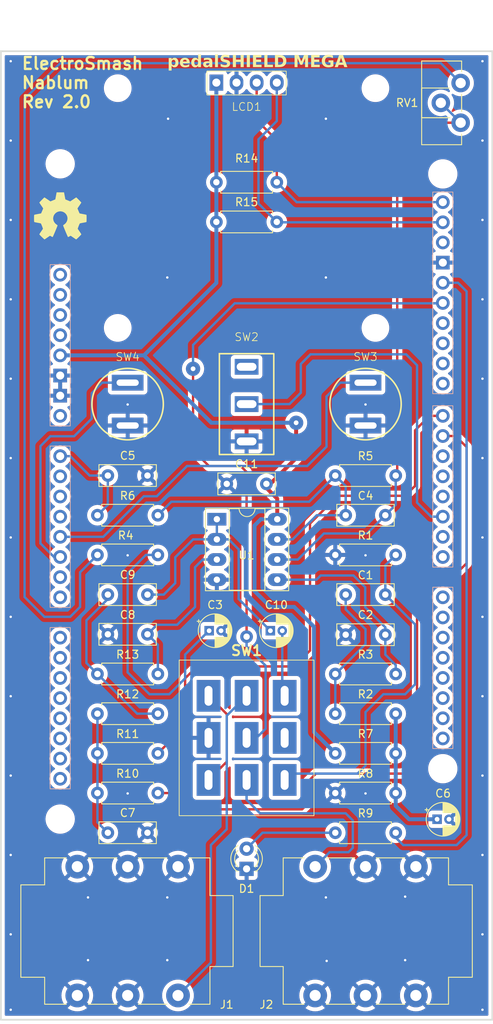
<source format=kicad_pcb>
(kicad_pcb (version 20240108) (generator "pcbnew") (generator_version "8.0")
  (layers (0 "F.Cu" signal) (31 "B.Cu" signal) (34 "B.Paste" user) (35 "F.Paste" user) (36 "B.SilkS" user "B.Silkscreen") (37 "F.SilkS" user "F.Silkscreen") (38 "B.Mask" user) (39 "F.Mask" user) (44 "Edge.Cuts" user))
  (net 0 "")
  (net 1 "/PWM_6")
  (net 6 "/DIG_13")
  (net 9 "/A5")
  (net 10 "/vcc")
  (net 13 "GND")
  (net 14 "/A4")
  (net 16 "/DIG_12")
  (net 19 "/SCL")
  (net 21 "/DIG_2")
  (net 27 "/SDA")
  (net 29 "/A0")
  (net 40 "/PWM_7")
  (net 48 "/fx_in")
  (net 49 "Net-(C4-Pad2)")
  (net 50 "Net-(U1B-+)")
  (net 51 "Net-(C3-Pad1)")
  (net 52 "Net-(U1B--)")
  (net 53 "Net-(C9-Pad1)")
  (net 54 "/2_5v")
  (net 55 "Net-(C7-Pad1)")
  (net 56 "Net-(U1A-+)")
  (net 57 "Net-(U1A--)")
  (net 58 "Net-(R4-Pad2)")
  (net 59 "/fx_out")
  (net 60 "Net-(D1-A)")
  (net 61 "/output_jack")
  (net 62 "/input_jack")
  (net 63 "Net-(C1-Pad2)")
  (net 64 "/bypass")
  (footprint "pedalSHIELD_MEGA:C_Rect_L7.0mm_W2.5mm_P5.00mm" (layer "F.Cu") (at 47.5 86)
    (property "Reference" "C11" (at 2.5 -2.5 0) (layer "F.SilkS"))
    (property "Value" "100n")
    (pad "1" thru_hole circle (at 0 0) (size 1.6 1.6) (drill 0.8) (layers "*.Cu" "*.Mask") (net 13 "GND"))
    (pad "2" thru_hole circle (at 5 0) (size 1.6 1.6) (drill 0.8) (layers "*.Cu" "*.Mask") (net 10 "/vcc"))
  )
  (footprint "pedalSHIELD_MEGA:LCD_OLED_SH1106" (layer "F.Cu") (at 50 51)
    (property "Reference" "LCD1" (at 0 -12.5 0) (layer "F.SilkS") (effects (font (thickness 0.1))))
    (property "Value" "LCD")
    (pad "" np_thru_hole circle (at -16.25 -14.85) (size 3 3) (drill 3) (layers "F&B.Cu" "*.Mask"))
    (pad "" np_thru_hole circle (at -16.25 15.35) (size 3 3) (drill 3) (layers "F&B.Cu" "*.Mask"))
    (pad "" np_thru_hole circle (at 16.25 -14.85) (size 3 3) (drill 3) (layers "F&B.Cu" "*.Mask"))
    (pad "" np_thru_hole circle (at 16.25 15.35) (size 3 3) (drill 3) (layers "F&B.Cu" "*.Mask"))
    (pad "1" thru_hole rect (at -3.81 -15.55 90) (size 2.03 1.73) (drill 1.02) (layers "*.Cu" "*.Mask") (net 10 "/vcc"))
    (pad "2" thru_hole oval (at -1.27 -15.55 90) (size 2.03 1.73) (drill 1.02) (layers "*.Cu" "*.Mask") (net 13 "GND"))
    (pad "3" thru_hole oval (at 1.27 -15.55 90) (size 2.03 1.73) (drill 1.02) (layers "*.Cu" "*.Mask") (net 19 "/SCL"))
    (pad "4" thru_hole oval (at 3.81 -15.55 90) (size 2.03 1.73) (drill 1.02) (layers "*.Cu" "*.Mask") (net 27 "/SDA"))
  )
  (footprint "pedalSHIELD_MEGA:C_Rect_L7.0mm_W2.5mm_P5.00mm" (layer "F.Cu") (at 67.5 105 180)
    (property "Reference" "C2" (at 2.5 2.5 180) (layer "F.SilkS"))
    (property "Value" "6.8n")
    (pad "1" thru_hole circle (at 0 0 180) (size 1.6 1.6) (drill 0.8) (layers "*.Cu" "*.Mask") (net 50 "Net-(U1B-+)"))
    (pad "2" thru_hole circle (at 5 0 180) (size 1.6 1.6) (drill 0.8) (layers "*.Cu" "*.Mask") (net 13 "GND"))
  )
  (footprint "pedalSHIELD_MEGA:SF17020F030221RL015" (layer "F.Cu") (at 50 118 90)
    (property "Reference" "SW1" (at 11 0 0) (layer "F.SilkS") (effects (font (size 1.27 1.27) (thickness 0.254))))
    (property "Value" "SW_3PDT" (hide yes))
    (pad "1" thru_hole rect (at 5.3 4.8 90) (size 4 3) (drill oval 2.5 1) (layers "*.Cu" "*.Mask") (net 59 "/fx_out"))
    (pad "2" thru_hole rect (at 5.3 0 90) (size 4 3) (drill oval 2.5 1) (layers "*.Cu" "*.Mask") (net 61 "/output_jack"))
    (pad "3" thru_hole rect (at 5.3 -4.8 90) (size 4 3) (drill oval 2.5 1) (layers "*.Cu" "*.Mask") (net 64 "/bypass"))
    (pad "4" thru_hole rect (at 0 4.8 90) (size 4 3) (drill oval 2.5 1) (layers "*.Cu" "*.Mask"))
    (pad "5" thru_hole rect (at 0 0 90) (size 4 3) (drill oval 2.5 1) (layers "*.Cu" "*.Mask") (net 16 "/DIG_12"))
    (pad "6" thru_hole rect (at 0 -4.8 90) (size 4 3) (drill oval 2.5 1) (layers "*.Cu" "*.Mask") (net 13 "GND"))
    (pad "7" thru_hole rect (at -5.3 4.8 90) (size 4 3) (drill oval 2.5 1) (layers "*.Cu" "*.Mask") (net 48 "/fx_in"))
    (pad "8" thru_hole rect (at -5.3 0 90) (size 4 3) (drill oval 2.5 1) (layers "*.Cu" "*.Mask") (net 62 "/input_jack"))
    (pad "9" thru_hole rect (at -5.3 -4.8 90) (size 4 3) (drill oval 2.5 1) (layers "*.Cu" "*.Mask") (net 64 "/bypass"))
  )
  (footprint "pedalSHIELD_MEGA:R_Axial_DIN0207_L6.3mm_D2.5mm_P7.62mm_Horizontal" (layer "F.Cu") (at 68.8 119.95 180)
    (property "Reference" "R7" (at 3.8 2.45 180) (layer "F.SilkS"))
    (property "Value" "100k")
    (pad "1" thru_hole circle (at -0.01 0 180) (size 1.6 1.6) (drill 0.8) (layers "*.Cu" "*.Mask") (net 54 "/2_5v"))
    (pad "2" thru_hole oval (at 7.61 0 180) (size 1.6 1.6) (drill 0.8) (layers "*.Cu" "*.Mask") (net 10 "/vcc"))
  )
  (footprint "pedalSHIELD_MEGA:Jack_6.35mm_Neutrik_NMJ6HCD2_Horizontal" (layer "F.Cu") (at 65 142.22)
    (property "Reference" "J2" (at -12.5 9.38 0) (layer "F.SilkS"))
    (property "Value" "AudioJack")
    (pad "R" thru_hole circle (at 0 -8) (size 3 3) (drill 1.4) (layers "*.Cu" "*.Mask") (net 13 "GND"))
    (pad "RN" thru_hole circle (at 0 8.23) (size 3 3) (drill 1.4) (layers "*.Cu" "*.Mask") (net 13 "GND"))
    (pad "S" thru_hole circle (at 6.35 -8) (size 3 3) (drill 1.4) (layers "*.Cu" "*.Mask") (net 13 "GND"))
    (pad "SN" thru_hole circle (at 6.35 8.23) (size 3 3) (drill 1.4) (layers "*.Cu" "*.Mask") (net 13 "GND"))
    (pad "T" thru_hole circle (at -6.35 -8) (size 3 3) (drill 1.4) (layers "*.Cu" "*.Mask") (net 62 "/input_jack"))
    (pad "TN" thru_hole circle (at -6.35 8.23) (size 3 3) (drill 1.4) (layers "*.Cu" "*.Mask") (net 13 "GND"))
  )
  (footprint "pedalSHIELD_MEGA:R_Axial_DIN0207_L6.3mm_D2.5mm_P7.62mm_Horizontal" (layer "F.Cu") (at 31.2 124.95)
    (property "Reference" "R10" (at 3.8 -2.45 0) (layer "F.SilkS"))
    (property "Value" "4.7k")
    (pad "1" thru_hole circle (at -0.01 0) (size 1.6 1.6) (drill 0.8) (layers "*.Cu" "*.Mask") (net 55 "Net-(C7-Pad1)"))
    (pad "2" thru_hole oval (at 7.61 0) (size 1.6 1.6) (drill 0.8) (layers "*.Cu" "*.Mask") (net 1 "/PWM_6"))
  )
  (footprint "pedalSHIELD_MEGA:C_Rect_L7.0mm_W2.5mm_P5.00mm" (layer "F.Cu") (at 32.5 84.95)
    (property "Reference" "C5" (at 2.5 -2.5 0) (layer "F.SilkS"))
    (property "Value" "6.8n")
    (pad "1" thru_hole circle (at 0 0) (size 1.6 1.6) (drill 0.8) (layers "*.Cu" "*.Mask") (net 29 "/A0"))
    (pad "2" thru_hole circle (at 5 0) (size 1.6 1.6) (drill 0.8) (layers "*.Cu" "*.Mask") (net 13 "GND"))
  )
  (footprint "pedalSHIELD_MEGA:C_Rect_L7.0mm_W2.5mm_P5.00mm" (layer "F.Cu") (at 32.5 129.95)
    (property "Reference" "C7" (at 2.5 -2.5 0) (layer "F.SilkS"))
    (property "Value" "6.8n")
    (pad "1" thru_hole circle (at 0 0) (size 1.6 1.6) (drill 0.8) (layers "*.Cu" "*.Mask") (net 55 "Net-(C7-Pad1)"))
    (pad "2" thru_hole circle (at 5 0) (size 1.6 1.6) (drill 0.8) (layers "*.Cu" "*.Mask") (net 13 "GND"))
  )
  (footprint "pedalSHIELD_MEGA:LED_D3.0mm" (layer "F.Cu") (at 50 134.5 90)
    (property "Reference" "D1" (at -2.5 0 0) (layer "F.SilkS"))
    (property "Value" "LED")
    (pad "1" thru_hole rect (at 0 0 90) (size 1.8 1.8) (drill 0.9) (layers "*.Cu" "*.Mask") (net 13 "GND"))
    (pad "2" thru_hole circle (at 2.54 0 90) (size 1.8 1.8) (drill 0.9) (layers "*.Cu" "*.Mask") (net 60 "Net-(D1-A)"))
  )
  (footprint "pedalSHIELD_MEGA:Jack_6.35mm_Neutrik_NMJ6HCD2_Horizontal" (layer "F.Cu") (at 35 142.45 180)
    (property "Reference" "J1" (at -12.5 -9.15 180) (layer "F.SilkS"))
    (property "Value" "AudioJack")
    (pad "R" thru_hole circle (at 0 -8 180) (size 3 3) (drill 1.4) (layers "*.Cu" "*.Mask") (net 13 "GND"))
    (pad "RN" thru_hole circle (at 0 8.23 180) (size 3 3) (drill 1.4) (layers "*.Cu" "*.Mask") (net 13 "GND"))
    (pad "S" thru_hole circle (at 6.35 -8 180) (size 3 3) (drill 1.4) (layers "*.Cu" "*.Mask") (net 13 "GND"))
    (pad "SN" thru_hole circle (at 6.35 8.23 180) (size 3 3) (drill 1.4) (layers "*.Cu" "*.Mask") (net 13 "GND"))
    (pad "T" thru_hole circle (at -6.35 -8 180) (size 3 3) (drill 1.4) (layers "*.Cu" "*.Mask") (net 61 "/output_jack"))
    (pad "TN" thru_hole circle (at -6.35 8.23 180) (size 3 3) (drill 1.4) (layers "*.Cu" "*.Mask") (net 13 "GND"))
  )
  (footprint "pedalSHIELD_MEGA:DIP-8_W7.62mm_Socket_LongPads" (layer "F.Cu") (at 46.25 90.45)
    (property "Reference" "U1" (at 3.75 4.55 0) (layer "F.SilkS"))
    (property "Value" "LT972")
    (pad "1" thru_hole rect (at 0 0) (size 2.4 1.6) (drill 0.8) (layers "*.Cu" "*.Mask") (net 57 "Net-(U1A--)"))
    (pad "2" thru_hole oval (at 0 2.54) (size 2.4 1.6) (drill 0.8) (layers "*.Cu" "*.Mask") (net 57 "Net-(U1A--)"))
    (pad "3" thru_hole oval (at 0 5.08) (size 2.4 1.6) (drill 0.8) (layers "*.Cu" "*.Mask") (net 56 "Net-(U1A-+)"))
    (pad "4" thru_hole oval (at 0 7.62) (size 2.4 1.6) (drill 0.8) (layers "*.Cu" "*.Mask") (net 13 "GND"))
    (pad "5" thru_hole oval (at 7.62 7.62) (size 2.4 1.6) (drill 0.8) (layers "*.Cu" "*.Mask") (net 50 "Net-(U1B-+)"))
    (pad "6" thru_hole oval (at 7.62 5.08) (size 2.4 1.6) (drill 0.8) (layers "*.Cu" "*.Mask") (net 52 "Net-(U1B--)"))
    (pad "7" thru_hole oval (at 7.62 2.54) (size 2.4 1.6) (drill 0.8) (layers "*.Cu" "*.Mask") (net 49 "Net-(C4-Pad2)"))
    (pad "8" thru_hole oval (at 7.62 0) (size 2.4 1.6) (drill 0.8) (layers "*.Cu" "*.Mask") (net 10 "/vcc"))
  )
  (footprint "pedalSHIELD_MEGA:CP_Radial_D4.0mm_P1.50mm" (layer "F.Cu") (at 45.277401 104.5)
    (property "Reference" "C3" (at 0.75 -3.25 0) (layer "F.SilkS"))
    (property "Value" "4.7u")
    (pad "1" thru_hole rect (at 0 0) (size 1.2 1.2) (drill 0.6) (layers "*.Cu" "*.Mask") (net 51 "Net-(C3-Pad1)"))
    (pad "2" thru_hole circle (at 1.5 0) (size 1.2 1.2) (drill 0.6) (layers "*.Cu" "*.Mask") (net 13 "GND"))
  )
  (footprint "pedalSHIELD_MEGA:CP_Radial_D4.0mm_P1.50mm" (layer "F.Cu") (at 74.027401 128.25)
    (property "Reference" "C6" (at 0.75 -3.25 0) (layer "F.SilkS"))
    (property "Value" "4.7u")
    (pad "1" thru_hole rect (at 0 0) (size 1.2 1.2) (drill 0.6) (layers "*.Cu" "*.Mask") (net 54 "/2_5v"))
    (pad "2" thru_hole circle (at 1.5 0) (size 1.2 1.2) (drill 0.6) (layers "*.Cu" "*.Mask") (net 13 "GND"))
  )
  (footprint "pedalSHIELD_MEGA:R_Axial_DIN0207_L6.3mm_D2.5mm_P7.62mm_Horizontal" (layer "F.Cu") (at 38.8 114.95 180)
    (property "Reference" "R12" (at 3.8 2.45 180) (layer "F.SilkS"))
    (property "Value" "4.7k")
    (pad "1" thru_hole circle (at -0.01 0 180) (size 1.6 1.6) (drill 0.8) (layers "*.Cu" "*.Mask") (net 53 "Net-(C9-Pad1)"))
    (pad "2" thru_hole oval (at 7.61 0 180) (size 1.6 1.6) (drill 0.8) (layers "*.Cu" "*.Mask") (net 55 "Net-(C7-Pad1)"))
  )
  (footprint "pedalSHIELD_MEGA:SW_SPDT_ 100SP1T1B1M1QEH" (layer "F.Cu") (at 50 75.95)
    (property "Reference" "SW2" (at 0 -8.45 0) (layer "F.SilkS") (effects (font (thickness 0.1))))
    (property "Value" "SW_SPDT")
    (pad "1" thru_hole rect (at 0 -4.7) (size 3 2) (drill oval 2.5 1) (layers "*.Cu" "*.Mask"))
    (pad "2" thru_hole rect (at 0 0) (size 3 2) (drill oval 2.5 1) (layers "*.Cu" "*.Mask") (net 21 "/DIG_2"))
    (pad "3" thru_hole rect (at 0 4.7) (size 3 2) (drill oval 2.5 1) (layers "*.Cu" "*.Mask") (net 13 "GND"))
  )
  (footprint "pedalSHIELD_MEGA:R_Axial_DIN0207_L6.3mm_D2.5mm_P7.62mm_Horizontal" (layer "F.Cu") (at 68.8 94.95 180)
    (property "Reference" "R1" (at 3.8 2.45 180) (layer "F.SilkS"))
    (property "Value" "1M")
    (pad "1" thru_hole circle (at -0.01 0 180) (size 1.6 1.6) (drill 0.8) (layers "*.Cu" "*.Mask") (net 48 "/fx_in"))
    (pad "2" thru_hole oval (at 7.61 0 180) (size 1.6 1.6) (drill 0.8) (layers "*.Cu" "*.Mask") (net 13 "GND"))
  )
  (footprint "pedalSHIELD_MEGA:C_Rect_L7.0mm_W2.5mm_P5.00mm" (layer "F.Cu") (at 37.5 104.95 180)
    (property "Reference" "C8" (at 2.5 2.45 180) (layer "F.SilkS"))
    (property "Value" "6.8n")
    (pad "1" thru_hole circle (at 0 0 180) (size 1.6 1.6) (drill 0.8) (layers "*.Cu" "*.Mask") (net 56 "Net-(U1A-+)"))
    (pad "2" thru_hole circle (at 5 0 180) (size 1.6 1.6) (drill 0.8) (layers "*.Cu" "*.Mask") (net 13 "GND"))
  )
  (footprint "pedalSHIELD_MEGA:C_Rect_L7.0mm_W2.5mm_P5.00mm" (layer "F.Cu") (at 32.5 99.95)
    (property "Reference" "C9" (at 2.5 -2.5 0) (layer "F.SilkS"))
    (property "Value" "6.8n")
    (pad "1" thru_hole circle (at 0 0) (size 1.6 1.6) (drill 0.8) (layers "*.Cu" "*.Mask") (net 53 "Net-(C9-Pad1)"))
    (pad "2" thru_hole circle (at 5 0) (size 1.6 1.6) (drill 0.8) (layers "*.Cu" "*.Mask") (net 57 "Net-(U1A--)"))
  )
  (footprint "pedalSHIELD_MEGA:R_Axial_DIN0207_L6.3mm_D2.5mm_P7.62mm_Horizontal" (layer "F.Cu") (at 38.8 94.95 180)
    (property "Reference" "R4" (at 4.05 2.45 180) (layer "F.SilkS"))
    (property "Value" "4.7k")
    (pad "1" thru_hole circle (at -0.01 0 180) (size 1.6 1.6) (drill 0.8) (layers "*.Cu" "*.Mask") (net 51 "Net-(C3-Pad1)"))
    (pad "2" thru_hole oval (at 7.61 0 180) (size 1.6 1.6) (drill 0.8) (layers "*.Cu" "*.Mask") (net 58 "Net-(R4-Pad2)"))
  )
  (footprint "pedalSHIELD_MEGA:R_Axial_DIN0207_L6.3mm_D2.5mm_P7.62mm_Horizontal" (layer "F.Cu") (at 38.8 109.95 180)
    (property "Reference" "R13" (at 3.8 2.45 180) (layer "F.SilkS"))
    (property "Value" "4.7k")
    (pad "1" thru_hole circle (at -0.01 0 180) (size 1.6 1.6) (drill 0.8) (layers "*.Cu" "*.Mask") (net 56 "Net-(U1A-+)"))
    (pad "2" thru_hole oval (at 7.61 0 180) (size 1.6 1.6) (drill 0.8) (layers "*.Cu" "*.Mask") (net 53 "Net-(C9-Pad1)"))
  )
  (footprint "pedalSHIELD_MEGA:Potentiometer_Piher_PT-10-H01_Horizontal" (layer "F.Cu") (at 74.6 38 180)
    (property "Reference" "RV1" (at 4.35 0 180) (layer "F.SilkS"))
    (property "Value" "500k")
    (pad "1" thru_hole circle (at -2.4 -2.5 180) (size 2.34 2.34) (drill 1.3) (layers "*.Cu" "*.Mask") (net 52 "Net-(U1B--)"))
    (pad "2" thru_hole circle (at 0.1 0 180) (size 2.34 2.34) (drill 1.3) (layers "*.Cu" "*.Mask") (net 52 "Net-(U1B--)"))
    (pad "3" thru_hole circle (at -2.4 2.5 180) (size 2.34 2.34) (drill 1.3) (layers "*.Cu" "*.Mask") (net 58 "Net-(R4-Pad2)"))
  )
  (footprint "pedalSHIELD_MEGA:R_Axial_DIN0207_L6.3mm_D2.5mm_P7.62mm_Horizontal" (layer "F.Cu") (at 61.2 114.95)
    (property "Reference" "R2" (at 3.8 -2.45 0) (layer "F.SilkS"))
    (property "Value" "1M")
    (pad "1" thru_hole circle (at -0.01 0) (size 1.6 1.6) (drill 0.8) (layers "*.Cu" "*.Mask") (net 63 "Net-(C1-Pad2)"))
    (pad "2" thru_hole oval (at 7.61 0) (size 1.6 1.6) (drill 0.8) (layers "*.Cu" "*.Mask") (net 54 "/2_5v"))
  )
  (footprint "pedalSHIELD_MEGA:R_Axial_DIN0207_L6.3mm_D2.5mm_P7.62mm_Horizontal" (layer "F.Cu") (at 53.8 48 180)
    (property "Reference" "R14" (at 3.8 3 180) (layer "F.SilkS"))
    (property "Value" "4.7k")
    (pad "1" thru_hole circle (at -0.01 0 180) (size 1.6 1.6) (drill 0.8) (layers "*.Cu" "*.Mask") (net 19 "/SCL"))
    (pad "2" thru_hole oval (at 7.61 0 180) (size 1.6 1.6) (drill 0.8) (layers "*.Cu" "*.Mask") (net 10 "/vcc"))
  )
  (footprint "pedalSHIELD_MEGA:R_Axial_DIN0207_L6.3mm_D2.5mm_P7.62mm_Horizontal" (layer "F.Cu") (at 31.2 89.95)
    (property "Reference" "R6" (at 3.8 -2.45 0) (layer "F.SilkS"))
    (property "Value" "4.7k")
    (pad "1" thru_hole circle (at -0.01 0) (size 1.6 1.6) (drill 0.8) (layers "*.Cu" "*.Mask") (net 29 "/A0"))
    (pad "2" thru_hole oval (at 7.61 0) (size 1.6 1.6) (drill 0.8) (layers "*.Cu" "*.Mask") (net 49 "Net-(C4-Pad2)"))
  )
  (footprint "pedalSHIELD_MEGA:R_Axial_DIN0207_L6.3mm_D2.5mm_P7.62mm_Horizontal" (layer "F.Cu") (at 61.2 129.95)
    (property "Reference" "R9" (at 3.8 -2.45 0) (layer "F.SilkS"))
    (property "Value" "4.7k")
    (pad "1" thru_hole circle (at -0.01 0) (size 1.6 1.6) (drill 0.8) (layers "*.Cu" "*.Mask") (net 60 "Net-(D1-A)"))
    (pad "2" thru_hole oval (at 7.61 0) (size 1.6 1.6) (drill 0.8) (layers "*.Cu" "*.Mask") (net 6 "/DIG_13"))
  )
  (footprint "pedalSHIELD_MEGA:CP_Radial_D4.0mm_P1.50mm" (layer "F.Cu") (at 53 104.5)
    (property "Reference" "C10" (at 0.75 -3.25 0) (layer "F.SilkS"))
    (property "Value" "4.7u")
    (pad "1" thru_hole rect (at 0 0) (size 1.2 1.2) (drill 0.6) (layers "*.Cu" "*.Mask") (net 57 "Net-(U1A--)"))
    (pad "2" thru_hole circle (at 1.5 0) (size 1.2 1.2) (drill 0.6) (layers "*.Cu" "*.Mask") (net 59 "/fx_out"))
  )
  (footprint "pedalSHIELD_MEGA:Arduino_Mega2560_R3_Shield_pedalSHIELD_MEGA" (layer "F.Cu") (at 77.544 31.482 -90)
    (property "Reference" "A1" (hide yes))
    (property "Value" "Arduino_Mega_Shield" (hide yes))
    (pad "" np_thru_hole circle (at 14.198 51.054 270) (size 3.2 3.2) (drill 3.2) (layers "*.Cu" "*.Mask"))
    (pad "" np_thru_hole circle (at 15.468 2.794 270) (size 3.2 3.2) (drill 3.2) (layers "*.Cu" "*.Mask"))
    (pad "" thru_hole oval (at 28.168 51.054 270) (size 1.7272 1.7272) (drill 1.016) (layers "*.Cu" "*.Mask"))
    (pad "" np_thru_hole circle (at 90.398 2.794 270) (size 3.2 3.2) (drill 3.2) (layers "*.Cu" "*.Mask"))
    (pad "" np_thru_hole circle (at 96.748 51.054 270) (size 3.2 3.2) (drill 3.2) (layers "*.Cu" "*.Mask"))
    (pad "3V3" thru_hole oval (at 35.788 51.054 270) (size 1.7272 1.7272) (drill 1.016) (layers "*.Cu" "*.Mask"))
    (pad "5V1" thru_hole oval (at 38.328 51.054 270) (size 1.7272 1.7272) (drill 1.016) (layers "*.Cu" "*.Mask") (net 10 "/vcc"))
    (pad "A0" thru_hole oval (at 51.028 51.054 270) (size 1.7272 1.7272) (drill 1.016) (layers "*.Cu" "*.Mask") (net 29 "/A0"))
    (pad "A1" thru_hole oval (at 53.568 51.054 270) (size 1.7272 1.7272) (drill 1.016) (layers "*.Cu" "*.Mask"))
    (pad "A2" thru_hole oval (at 56.108 51.054 270) (size 1.7272 1.7272) (drill 1.016) (layers "*.Cu" "*.Mask"))
    (pad "A3" thru_hole oval (at 58.648 51.054 270) (size 1.7272 1.7272) (drill 1.016) (layers "*.Cu" "*.Mask"))
    (pad "A4" thru_hole oval (at 61.188 51.054 270) (size 1.7272 1.7272) (drill 1.016) (layers "*.Cu" "*.Mask") (net 14 "/A4"))
    (pad "A5" thru_hole oval (at 63.728 51.054 270) (size 1.7272 1.7272) (drill 1.016) (layers "*.Cu" "*.Mask") (net 9 "/A5"))
    (pad "A6" thru_hole oval (at 66.268 51.054 270) (size 1.7272 1.7272) (drill 1.016) (layers "*.Cu" "*.Mask"))
    (pad "A7" thru_hole oval (at 68.808 51.054 270) (size 1.7272 1.7272) (drill 1.016) (layers "*.Cu" "*.Mask"))
    (pad "A8" thru_hole oval (at 73.888 51.054 270) (size 1.7272 1.7272) (drill 1.016) (layers "*.Cu" "*.Mask"))
    (pad "A9" thru_hole oval (at 76.428 51.054 270) (size 1.7272 1.7272) (drill 1.016) (layers "*.Cu" "*.Mask"))
    (pad "A10" thru_hole oval (at 78.968 51.054 270) (size 1.7272 1.7272) (drill 1.016) (layers "*.Cu" "*.Mask"))
    (pad "A11" thru_hole oval (at 81.508 51.054 270) (size 1.7272 1.7272) (drill 1.016) (layers "*.Cu" "*.Mask"))
    (pad "A12" thru_hole oval (at 84.048 51.054 270) (size 1.7272 1.7272) (drill 1.016) (layers "*.Cu" "*.Mask"))
    (pad "A13" thru_hole oval (at 86.588 51.054 270) (size 1.7272 1.7272) (drill 1.016) (layers "*.Cu" "*.Mask"))
    (pad "A14" thru_hole oval (at 89.128 51.054 270) (size 1.7272 1.7272) (drill 1.016) (layers "*.Cu" "*.Mask"))
    (pad "A15" thru_hole oval (at 91.668 51.054 270) (size 1.7272 1.7272) (drill 1.016) (layers "*.Cu" "*.Mask"))
    (pad "AREF" thru_hole oval (at 24.104 2.794 270) (size 1.7272 1.7272) (drill 1.016) (layers "*.Cu" "*.Mask"))
    (pad "D0" thru_hole oval (at 63.728 2.794 270) (size 1.7272 1.7272) (drill 1.016) (layers "*.Cu" "*.Mask"))
    (pad "D1" thru_hole oval (at 61.188 2.794 270) (size 1.7272 1.7272) (drill 1.016) (layers "*.Cu" "*.Mask"))
    (pad "D2" thru_hole oval (at 58.648 2.794 270) (size 1.7272 1.7272) (drill 1.016) (layers "*.Cu" "*.Mask") (net 21 "/DIG_2"))
    (pad "D3" thru_hole oval (at 56.108 2.794 270) (size 1.7272 1.7272) (drill 1.016) (layers "*.Cu" "*.Mask"))
    (pad "D4" thru_hole oval (at 53.568 2.794 270) (size 1.7272 1.7272) (drill 1.016) (layers "*.Cu" "*.Mask"))
    (pad "D5" thru_hole oval (at 51.028 2.794 270) (size 1.7272 1.7272) (drill 1.016) (layers "*.Cu" "*.Mask"))
    (pad "D6" thru_hole oval (at 48.488 2.794 270) (size 1.7272 1.7272) (drill 1.016) (layers "*.Cu" "*.Mask") (net 1 "/PWM_6"))
    (pad "D7" thru_hole oval (at 45.948 2.794 270) (size 1.7272 1.7272) (drill 1.016) (layers "*.Cu" "*.Mask") (net 40 "/PWM_7"))
    (pad "D8" thru_hole oval (at 41.884 2.794 270) (size 1.7272 1.7272) (drill 1.016) (layers "*.Cu" "*.Mask"))
    (pad "D9" thru_hole oval (at 39.344 2.794 270) (size 1.7272 1.7272) (drill 1.016) (layers "*.Cu" "*.Mask"))
    (pad "D10" thru_hole oval (at 36.804 2.794 270) (size 1.7272 1.7272) (drill 1.016) (layers "*.Cu" "*.Mask"))
    (pad "D11" thru_hole oval (at 34.264 2.794 270) (size 1.7272 1.7272) (drill 1.016) (layers "*.Cu" "*.Mask"))
    (pad "D12" thru_hole oval (at 31.724 2.794 270) (size 1.7272 1.7272) (drill 1.016) (layers "*.Cu" "*.Mask") (net 16 "/DIG_12"))
    (pad "D13" thru_hole oval (at 29.184 2.794 270) (size 1.7272 1.7272) (drill 1.016) (layers "*.Cu" "*.Mask") (net 6 "/DIG_13"))
    (pad "D14" thru_hole oval (at 68.808 2.794 270) (size 1.7272 1.7272) (drill 1.016) (layers "*.Cu" "*.Mask"))
    (pad "D15" thru_hole oval (at 71.348 2.794 270) (size 1.7272 1.7272) (drill 1.016) (layers "*.Cu" "*.Mask"))
    (pad "D16" thru_hole oval (at 73.888 2.794 270) (size 1.7272 1.7272) (drill 1.016) (layers "*.Cu" "*.Mask"))
    (pad "D17" thru_hole oval (at 76.428 2.794 270) (size 1.7272 1.7272) (drill 1.016) (layers "*.Cu" "*.Mask"))
    (pad "D18" thru_hole oval (at 78.968 2.794 270) (size 1.7272 1.7272) (drill 1.016) (layers "*.Cu" "*.Mask"))
    (pad "D19" thru_hole oval (at 81.508 2.794 270) (size 1.7272 1.7272) (drill 1.016) (layers "*.Cu" "*.Mask"))
    (pad "D20" thru_hole oval (at 84.048 2.794 270) (size 1.7272 1.7272) (drill 1.016) (layers "*.Cu" "*.Mask"))
    (pad "D21" thru_hole oval (at 86.588 2.794 270) (size 1.7272 1.7272) (drill 1.016) (layers "*.Cu" "*.Mask"))
    (pad "GND1" thru_hole rect (at 26.644 2.794 270) (size 1.7272 1.7272) (drill 1.016) (layers "*.Cu" "*.Mask") (net 13 "GND"))
    (pad "GND2" thru_hole rect (at 40.868 51.054 270) (size 1.7272 1.7272) (drill 1.016) (layers "*.Cu" "*.Mask") (net 13 "GND"))
    (pad "GND3" thru_hole rect (at 43.408 51.054 270) (size 1.7272 1.7272) (drill 1.016) (layers "*.Cu" "*.Mask") (net 13 "GND"))
    (pad "IORF" thru_hole oval (at 30.708 51.054 270) (size 1.7272 1.7272) (drill 1.016) (layers "*.Cu" "*.Mask"))
    (pad "RST1" thru_hole oval (at 33.248 51.054 270) (size 1.7272 1.7272) (drill 1.016) (layers "*.Cu" "*.Mask"))
    (pad "SCL" thru_hole oval (at 19.024 2.794 270) (size 1.7272 1.7272) (drill 1.016) (layers "*.Cu" "*.Mask") (net 19 "/SCL"))
    (pad "SDA" thru_hole oval (at 21.564 2.794 270) (size 1.7272 1.7272) (drill 1.016) (layers "*.Cu" "*.Mask") (net 27 "/SDA"))
    (pad "VIN" thru_hole oval (at 45.948 51.054 270) (size 1.7272 1.7272) (drill 1.016) (layers "*.Cu" "*.Mask"))
  )
  (footprint "pedalSHIELD_MEGA:R_Axial_DIN0207_L6.3mm_D2.5mm_P7.62mm_Horizontal" (layer "F.Cu") (at 31.2 119.95)
    (property "Reference" "R11" (at 3.8 -2.45 0) (layer "F.SilkS"))
    (property "Value" "1M2")
    (pad "1" thru_hole circle (at -0.01 0) (size 1.6 1.6) (drill 0.8) (layers "*.Cu" "*.Mask") (net 55 "Net-(C7-Pad1)"))
    (pad "2" thru_hole oval (at 7.61 0) (size 1.6 1.6) (drill 0.8) (layers "*.Cu" "*.Mask") (net 40 "/PWM_7"))
  )
  (footprint "pedalSHIELD_MEGA:SW_PUSH_104-0013-EVX" (layer "F.Cu") (at 65 75.95 90)
    (property "Reference" "SW3" (at 5.95 0 0) (layer "F.SilkS") (effects (font (thickness 0.1))))
    (property "Value" "SW_Push")
    (pad "1" thru_hole rect (at -2.7 0 90) (size 2 4) (drill oval 0.8 2.8) (layers "*.Cu" "*.Mask") (net 13 "GND"))
    (pad "2" thru_hole rect (at 2.7 0 90) (size 2 4) (drill oval 0.8 2.8) (layers "*.Cu" "*.Mask") (net 14 "/A4"))
  )
  (footprint "pedalSHIELD_MEGA:C_Rect_L7.0mm_W2.5mm_P5.00mm" (layer "F.Cu") (at 67.5 89.95 180)
    (property "Reference" "C4" (at 2.5 2.45 180) (layer "F.SilkS"))
    (property "Value" "270p")
    (pad "1" thru_hole circle (at 0 0 180) (size 1.6 1.6) (drill 0.8) (layers "*.Cu" "*.Mask") (net 52 "Net-(U1B--)"))
    (pad "2" thru_hole circle (at 5 0 180) (size 1.6 1.6) (drill 0.8) (layers "*.Cu" "*.Mask") (net 49 "Net-(C4-Pad2)"))
  )
  (footprint "pedalSHIELD_MEGA:R_Axial_DIN0207_L6.3mm_D2.5mm_P7.62mm_Horizontal" (layer "F.Cu") (at 61.2 84.95)
    (property "Reference" "R5" (at 3.8 -2.45 0) (layer "F.SilkS"))
    (property "Value" "100k")
    (pad "1" thru_hole circle (at -0.01 0) (size 1.6 1.6) (drill 0.8) (layers "*.Cu" "*.Mask") (net 49 "Net-(C4-Pad2)"))
    (pad "2" thru_hole oval (at 7.61 0) (size 1.6 1.6) (drill 0.8) (layers "*.Cu" "*.Mask") (net 52 "Net-(U1B--)"))
  )
  (footprint "pedalSHIELD_MEGA:SW_PUSH_104-0013-EVX" (layer "F.Cu") (at 35 75.95 90)
    (property "Reference" "SW4" (at 5.95 0 0) (layer "F.SilkS") (effects (font (thickness 0.1))))
    (property "Value" "SW_Push")
    (pad "1" thru_hole rect (at -2.7 0 90) (size 2 4) (drill oval 0.8 2.8) (layers "*.Cu" "*.Mask") (net 13 "GND"))
    (pad "2" thru_hole rect (at 2.7 0 90) (size 2 4) (drill oval 0.8 2.8) (layers "*.Cu" "*.Mask") (net 9 "/A5"))
  )
  (footprint "pedalSHIELD_MEGA:R_Axial_DIN0207_L6.3mm_D2.5mm_P7.62mm_Horizontal" (layer "F.Cu") (at 53.8 53 180)
    (property "Reference" "R15" (at 3.8 2.5 180) (layer "F.SilkS"))
    (property "Value" "4.7k")
    (pad "1" thru_hole circle (at -0.01 0 180) (size 1.6 1.6) (drill 0.8) (layers "*.Cu" "*.Mask") (net 27 "/SDA"))
    (pad "2" thru_hole oval (at 7.61 0 180) (size 1.6 1.6) (drill 0.8) (layers "*.Cu" "*.Mask") (net 10 "/vcc"))
  )
  (footprint "pedalSHIELD_MEGA:R_Axial_DIN0207_L6.3mm_D2.5mm_P7.62mm_Horizontal" (layer "F.Cu") (at 61.2 124.95)
    (property "Reference" "R8" (at 3.8 -2.45 0) (layer "F.SilkS"))
    (property "Value" "100k")
    (pad "1" thru_hole circle (at -0.01 0) (size 1.6 1.6) (drill 0.8) (layers "*.Cu" "*.Mask") (net 13 "GND"))
    (pad "2" thru_hole oval (at 7.61 0) (size 1.6 1.6) (drill 0.8) (layers "*.Cu" "*.Mask") (net 54 "/2_5v"))
  )
  (footprint "pedalSHIELD_MEGA:C_Rect_L7.0mm_W2.5mm_P5.00mm" (layer "F.Cu") (at 67.5 99.95 180)
    (property "Reference" "C1" (at 2.5 2.45 180) (layer "F.SilkS"))
    (property "Value" "100n")
    (pad "1" thru_hole circle (at 0 0 180) (size 1.6 1.6) (drill 0.8) (layers "*.Cu" "*.Mask") (net 48 "/fx_in"))
    (pad "2" thru_hole circle (at 5 0 180) (size 1.6 1.6) (drill 0.8) (layers "*.Cu" "*.Mask") (net 63 "Net-(C1-Pad2)"))
  )
  (footprint "Symbol:OSHW-Symbol_6.7x6mm_Copper" (layer "F.Cu") (at 26.5 52.25)
    (property "Reference" "REF**" (hide yes))
    (property "Value" "OSHW-Symbol_6.7x6mm_Copper" (hide yes))
  )
  (footprint "pedalSHIELD_MEGA:R_Axial_DIN0207_L6.3mm_D2.5mm_P7.62mm_Horizontal" (layer "F.Cu") (at 68.8 109.95 180)
    (property "Reference" "R3" (at 3.8 2.45 180) (layer "F.SilkS"))
    (property "Value" "4.7k")
    (pad "1" thru_hole circle (at -0.01 0 180) (size 1.6 1.6) (drill 0.8) (layers "*.Cu" "*.Mask") (net 50 "Net-(U1B-+)"))
    (pad "2" thru_hole oval (at 7.61 0 180) (size 1.6 1.6) (drill 0.8) (layers "*.Cu" "*.Mask") (net 63 "Net-(C1-Pad2)"))
  )
  (gr_rect (start 19 31.5) (end 81 153.5) (stroke (width 0.2)) (fill none) (layer "Edge.Cuts"))
  (gr_text "ElectroSmash\nNablum\nRev 2.0" (at 21.5 38.75 0) (layer "F.SilkS") (effects (font (size 1.5 1.5) (thickness 0.3) (bold yes)) (justify left bottom)))
  (gr_text "pedalSHIELD MEGA" (at 40 33.75 0) (layer "F.SilkS") (effects (font (size 1.5 1.5) (thickness 0.3) (bold yes)) (justify left bottom)))
  (segment (start 58.75 122.5) (end 69.75 122.5) (width 0.3) (layer "F.Cu") (net 1))
  (segment (start 38.81 124.95) (end 40.45 124.95) (width 0.3) (layer "F.Cu") (net 1))
  (segment (start 76 97.75) (end 77.75 96) (width 0.3) (layer "F.Cu") (net 1))
  (segment (start 76.36 79.97) (end 74.75 79.97) (width 0.3) (layer "F.Cu") (net 1))
  (segment (start 42.5 127) (end 57 127) (width 0.3) (layer "F.Cu") (net 1))
  (segment (start 40.45 124.95) (end 42.5 127) (width 0.3) (layer "F.Cu") (net 1))
  (segment (start 71.5 98.75) (end 72.5 97.75) (width 0.3) (layer "F.Cu") (net 1))
  (segment (start 72.5 97.75) (end 76 97.75) (width 0.3) (layer "F.Cu") (net 1))
  (segment (start 57.75 126.25) (end 57.75 123.5) (width 0.3) (layer "F.Cu") (net 1))
  (segment (start 71.5 120.75) (end 71.5 98.75) (width 0.3) (layer "F.Cu") (net 1))
  (segment (start 69.75 122.5) (end 71.5 120.75) (width 0.3) (layer "F.Cu") (net 1))
  (segment (start 57 127) (end 57.75 126.25) (width 0.3) (layer "F.Cu") (net 1))
  (segment (start 77.75 96) (end 77.75 81.36) (width 0.3) (layer "F.Cu") (net 1))
  (segment (start 57.75 123.5) (end 58.75 122.5) (width 0.3) (layer "F.Cu") (net 1))
  (segment (start 77.75 81.36) (end 76.36 79.97) (width 0.3) (layer "F.Cu") (net 1))
  (segment (start 76.666 60.666) (end 74.75 60.666) (width 0.3) (layer "B.Cu") (net 6))
  (segment (start 68.81 130.56) (end 69.75 131.5) (width 0.3) (layer "B.Cu") (net 6))
  (segment (start 69.75 131.5) (end 76.5 131.5) (width 0.3) (layer "B.Cu") (net 6))
  (segment (start 68.81 129.95) (end 68.81 130.56) (width 0.3) (layer "B.Cu") (net 6))
  (segment (start 77.75 130.25) (end 77.75 61.75) (width 0.3) (layer "B.Cu") (net 6))
  (segment (start 76.5 131.5) (end 77.75 130.25) (width 0.3) (layer "B.Cu") (net 6))
  (segment (start 77.75 61.75) (end 76.666 60.666) (width 0.3) (layer "B.Cu") (net 6))
  (segment (start 26.49 95.21) (end 25.71 95.21) (width 0.3) (layer "B.Cu") (net 9))
  (segment (start 28.25 80) (end 30.47 77.78) (width 0.3) (layer "B.Cu") (net 9))
  (segment (start 25.71 95.21) (end 24 93.5) (width 0.3) (layer "B.Cu") (net 9))
  (segment (start 24 93.5) (end 24 81.25) (width 0.3) (layer "B.Cu") (net 9))
  (segment (start 25.25 80) (end 28.25 80) (width 0.3) (layer "B.Cu") (net 9))
  (segment (start 24 81.25) (end 25.25 80) (width 0.3) (layer "B.Cu") (net 9))
  (segment (start 30.47 77.78) (end 30.47 74.57) (width 0.3) (layer "B.Cu") (net 9))
  (segment (start 30.47 74.57) (end 31.79 73.25) (width 0.3) (layer "B.Cu") (net 9))
  (segment (start 31.79 73.25) (end 35 73.25) (width 0.3) (layer "B.Cu") (net 9))
  (segment (start 56.25 78.3) (end 56.25 82.75) (width 0.5) (layer "F.Cu") (net 10))
  (segment (start 56.25 82.75) (end 52.5 86.5) (width 0.5) (layer "F.Cu") (net 10))
  (segment (start 52.5 86.5) (end 53.87 87.87) (width 0.5) (layer "F.Cu") (net 10))
  (segment (start 53.87 87.87) (end 53.87 90.45) (width 0.5) (layer "F.Cu") (net 10))
  (via (at 56.25 78.3) (size 1.8) (drill 0.6) (layers "F.Cu" "B.Cu") (net 10))
  (segment (start 53.87 90.45) (end 51.95 90.45) (width 0.3) (layer "B.Cu") (net 10))
  (segment (start 61.19 119.95) (end 58.5 117.26) (width 0.5) (layer "B.Cu") (net 10))
  (segment (start 51.8 90.45) (end 51.95 90.45) (width 0.5) (layer "B.Cu") (net 10))
  (segment (start 58.5 104) (end 56 101.5) (width 0.5) (layer "B.Cu") (net 10))
  (segment (start 53 101.5) (end 51 99.5) (width 0.5) (layer "B.Cu") (net 10))
  (segment (start 26.49 69.81) (end 37.06 69.81) (width 0.5) (layer "B.Cu") (net 10))
  (segment (start 58.5 117.26) (end 58.5 104) (width 0.5) (layer "B.Cu") (net 10))
  (segment (start 37.06 69.81) (end 46.19 60.68) (width 0.5) (layer "B.Cu") (net 10))
  (segment (start 45.55 78.3) (end 37.06 69.81) (width 0.5) (layer "B.Cu") (net 10))
  (segment (start 56.25 78.3) (end 45.55 78.3) (width 0.5) (layer "B.Cu") (net 10))
  (segment (start 51 91.25) (end 51.8 90.45) (width 0.5) (layer "B.Cu") (net 10))
  (segment (start 46.19 60.68) (end 46.19 53) (width 0.5) (layer "B.Cu") (net 10))
  (segment (start 51 99.5) (end 51 91.25) (width 0.5) (layer "B.Cu") (net 10))
  (segment (start 46.19 48) (end 46.19 35.45) (width 0.5) (layer "B.Cu") (net 10))
  (segment (start 46.19 53) (end 46.19 48) (width 0.5) (layer "B.Cu") (net 10))
  (segment (start 56 101.5) (end 53 101.5) (width 0.5) (layer "B.Cu") (net 10))
  (via (at 40.1 40) (size 0.6) (drill 0.3) (layers "F.Cu" "B.Cu") (net 13))
  (via (at 40 60) (size 0.6) (drill 0.3) (layers "F.Cu" "B.Cu") (net 13))
  (via (at 20.25 122.75) (size 0.6) (drill 0.3) (layers "F.Cu" "B.Cu") (net 13))
  (via (at 70 146) (size 0.6) (drill 0.3) (layers "F.Cu" "B.Cu") (net 13))
  (via (at 79.75 102.75) (size 0.6) (drill 0.3) (layers "F.Cu" "B.Cu") (net 13))
  (via (at 20.25 152.25) (size 0.6) (drill 0.3) (layers "F.Cu" "B.Cu") (net 13))
  (via (at 35 95) (size 0.6) (drill 0.3) (layers "F.Cu" "B.Cu") (net 13))
  (via (at 20.25 72.75) (size 0.6) (drill 0.3) (layers "F.Cu" "B.Cu") (net 13))
  (via (at 79.75 52.75) (size 0.6) (drill 0.3) (layers "F.Cu" "B.Cu") (net 13))
  (via (at 65 76) (size 0.6) (drill 0.3) (layers "F.Cu" "B.Cu") (net 13))
  (via (at 79.75 142.75) (size 0.6) (drill 0.3) (layers "F.Cu" "B.Cu") (net 13))
  (via (at 35 76) (size 0.6) (drill 0.3) (layers "F.Cu" "B.Cu") (net 13))
  (via (at 60.1 146.1) (size 0.6) (drill 0.3) (layers "F.Cu" "B.Cu") (net 13))
  (via (at 20.25 102.75) (size 0.6) (drill 0.3) (layers "F.Cu" "B.Cu") (net 13))
  (via (at 79.75 152.25) (size 0.6) (drill 0.3) (layers "F.Cu" "B.Cu") (net 13))
  (via (at 20.25 62.75) (size 0.6) (drill 0.3) (layers "F.Cu" "B.Cu") (net 13))
  (via (at 60 60) (size 0.6) (drill 0.3) (layers "F.Cu" "B.Cu") (net 13))
  (via (at 20.25 132.75) (size 0.6) (drill 0.3) (layers "F.Cu" "B.Cu") (net 13))
  (via (at 20.25 42.75) (size 0.6) (drill 0.3) (layers "F.Cu" "B.Cu") (net 13))
  (via (at 79.75 122.75) (size 0.6) (drill 0.3) (layers "F.Cu" "B.Cu") (net 13))
  (via (at 70 138) (size 0.6) (drill 0.3) (layers "F.Cu" "B.Cu") (net 13))
  (via (at 20.25 82.75) (size 0.6) (drill 0.3) (layers "F.Cu" "B.Cu") (net 13))
  (via (at 20.25 112.75) (size 0.6) (drill 0.3) (layers "F.Cu" "B.Cu") (net 13))
  (via (at 20.25 32.75) (size 0.6) (drill 0.3) (layers "F.Cu" "B.Cu") (net 13))
  (via (at 60 138.1) (size 0.6) (drill 0.3) (layers "F.Cu" "B.Cu") (net 13))
  (via (at 79.75 42.75) (size 0.6) (drill 0.3) (layers "F.Cu" "B.Cu") (net 13))
  (via (at 35 125) (size 0.6) (drill 0.3) (layers "F.Cu" "B.Cu") (net 13))
  (via (at 40 138.1) (size 0.6) (drill 0.3) (layers "F.Cu" "B.Cu") (net 13))
  (via (at 20.25 52.75) (size 0.6) (drill 0.3) (layers "F.Cu" "B.Cu") (net 13))
  (via (at 79.75 62.75) (size 0.6) (drill 0.3) (layers "F.Cu" "B.Cu") (net 13))
  (via (at 60 40) (size 0.6) (drill 0.3) (layers "F.Cu" "B.Cu") (net 13))
  (via (at 40 146) (size 0.6) (drill 0.3) (layers "F.Cu" "B.Cu") (net 13))
  (via (at 79.75 72.75) (size 0.6) (drill 0.3) (layers "F.Cu" "B.Cu") (net 13))
  (via (at 79.75 92.75) (size 0.6) (drill 0.3) (layers "F.Cu" "B.Cu") (net 13))
  (via (at 79.75 32.75) (size 0.6) (drill 0.3) (layers "F.Cu" "B.Cu") (net 13))
  (via (at 79.75 82.75) (size 0.6) (drill 0.3) (layers "F.Cu" "B.Cu") (net 13))
  (via (at 30 138.1) (size 0.6) (drill 0.3) (layers "F.Cu" "B.Cu") (net 13))
  (via (at 65 95) (size 0.6) (drill 0.3) (layers "F.Cu" "B.Cu") (net 13))
  (via (at 20.25 142.75) (size 0.6) (drill 0.3) (layers "F.Cu" "B.Cu") (net 13))
  (via (at 20.25 92.75) (size 0.6) (drill 0.3) (layers "F.Cu" "B.Cu") (net 13))
  (via (at 65 125) (size 0.6) (drill 0.3) (layers "F.Cu" "B.Cu") (net 13))
  (via (at 79.75 112.75) (size 0.6) (drill 0.3) (layers "F.Cu" "B.Cu") (net 13))
  (via (at 79.75 132.75) (size 0.6) (drill 0.3) (layers "F.Cu" "B.Cu") (net 13))
  (via (at 30 146) (size 0.6) (drill 0.3) (layers "F.Cu" "B.Cu") (net 13))
  (segment (start 61.82 73.25) (end 60.08 74.99) (width 0.3) (layer "B.Cu") (net 14))
  (segment (start 42.49 83.75) (end 38.68 87.56) (width 0.3) (layer "B.Cu") (net 14))
  (segment (start 37.04 87.56) (end 31.93 92.67) (width 0.3) (layer "B.Cu") (net 14))
  (segment (start 57.65 83.75) (end 42.49 83.75) (width 0.3) (layer "B.Cu") (net 14))
  (segment (start 31.93 92.67) (end 26.49 92.67) (width 0.3) (layer "B.Cu") (net 14))
  (segment (start 65 73.25) (end 61.82 73.25) (width 0.3) (layer "B.Cu") (net 14))
  (segment (start 38.68 87.56) (end 37.04 87.56) (width 0.3) (layer "B.Cu") (net 14))
  (segment (start 60.08 74.99) (end 60.08 81.32) (width 0.3) (layer "B.Cu") (net 14))
  (segment (start 60.08 81.32) (end 57.65 83.75) (width 0.3) (layer "B.Cu") (net 14))
  (segment (start 43.25 81.75) (end 43.25 71.5) (width 0.3) (layer "F.Cu") (net 16))
  (segment (start 50 105.25) (end 50 84.5) (width 0.3) (layer "F.Cu") (net 16))
  (segment (start 50 84.5) (end 49.25 83.75) (width 0.3) (layer "F.Cu") (net 16))
  (segment (start 49.25 83.75) (end 45.25 83.75) (width 0.3) (layer "F.Cu") (net 16))
  (segment (start 45.25 83.75) (end 43.25 81.75) (width 0.3) (layer "F.Cu") (net 16))
  (via (at 43.25 71.5) (size 1.8) (drill 0.6) (layers "F.Cu" "B.Cu") (net 16))
  (via (at 50 105.25) (size 1.6) (drill 0.8) (layers "F.Cu" "B.Cu") (net 16))
  (segment (start 50 106.5) (end 52.4 108.9) (width 0.3) (layer "B.Cu") (net 16))
  (segment (start 52.4 116.85) (end 51.25 118) (width 0.3) (layer "B.Cu") (net 16))
  (segment (start 74.706 63.25) (end 74.75 63.206) (width 0.3) (layer "B.Cu") (net 16))
  (segment (start 50 105.25) (end 50 106.5) (width 0.3) (layer "B.Cu") (net 16))
  (segment (start 51.25 118) (end 50 118) (width 0.3) (layer "B.Cu") (net 16))
  (segment (start 43.25 68.5) (end 48.5 63.25) (width 0.3) (layer "B.Cu") (net 16))
  (segment (start 52.4 108.9) (end 52.4 116.85) (width 0.3) (layer "B.Cu") (net 16))
  (segment (start 43.25 71.5) (end 43.25 68.5) (width 0.3) (layer "B.Cu") (net 16))
  (segment (start 48.5 63.25) (end 74.706 63.25) (width 0.3) (layer "B.Cu") (net 16))
  (segment (start 53.81 48) (end 53.81 42.71) (width 0.3) (layer "F.Cu") (net 19))
  (segment (start 51.27 40.17) (end 51.27 35.45) (width 0.3) (layer "F.Cu") (net 19))
  (segment (start 53.81 42.71) (end 51.27 40.17) (width 0.3) (layer "F.Cu") (net 19))
  (segment (start 56.316 50.506) (end 53.81 48) (width 0.3) (layer "B.Cu") (net 19))
  (segment (start 74.75 50.506) (end 56.316 50.506) (width 0.3) (layer "B.Cu") (net 19))
  (segment (start 55.41 75.95) (end 56.84 74.52) (width 0.3) (layer "B.Cu") (net 21))
  (segment (start 58.06 69.68) (end 70.12 69.68) (width 0.3) (layer "B.Cu") (net 21))
  (segment (start 70.12 69.68) (end 71.5 71.06) (width 0.3) (layer "B.Cu") (net 21))
  (segment (start 56.84 74.52) (end 56.84 70.9) (width 0.3) (layer "B.Cu") (net 21))
  (segment (start 56.84 70.9) (end 58.06 69.68) (width 0.3) (layer "B.Cu") (net 21))
  (segment (start 50 75.95) (end 55.41 75.95) (width 0.3) (layer "B.Cu") (net 21))
  (segment (start 71.5 88.36) (end 73.27 90.13) (width 0.3) (layer "B.Cu") (net 21))
  (segment (start 73.27 90.13) (end 74.75 90.13) (width 0.3) (layer "B.Cu") (net 21))
  (segment (start 71.5 71.06) (end 71.5 88.36) (width 0.3) (layer "B.Cu") (net 21))
  (segment (start 74.75 53.046) (end 53.856 53.046) (width 0.3) (layer "B.Cu") (net 27))
  (segment (start 53.81 53) (end 51.5 50.69) (width 0.3) (layer "B.Cu") (net 27))
  (segment (start 53.81 40.29) (end 53.81 35.45) (width 0.3) (layer "B.Cu") (net 27))
  (segment (start 51.5 42.6) (end 53.81 40.29) (width 0.3) (layer "B.Cu") (net 27))
  (segment (start 51.5 50.69) (end 51.5 42.6) (width 0.3) (layer "B.Cu") (net 27))
  (segment (start 53.856 53.046) (end 53.81 53) (width 0.3) (layer "B.Cu") (net 27))
  (segment (start 31.19 89.95) (end 32.5 88.64) (width 0.3) (layer "B.Cu") (net 29))
  (segment (start 27.76 82.51) (end 26.49 82.51) (width 0.3) (layer "B.Cu") (net 29))
  (segment (start 32.5 84.95) (end 30.2 84.95) (width 0.3) (layer "B.Cu") (net 29))
  (segment (start 32.5 88.64) (end 32.5 84.95) (width 0.3) (layer "B.Cu") (net 29))
  (segment (start 30.2 84.95) (end 27.76 82.51) (width 0.3) (layer "B.Cu") (net 29))
  (segment (start 61.5 87.5) (end 70 87.5) (width 0.3) (layer "F.Cu") (net 40))
  (segment (start 71.25 86.25) (end 71.25 79.26) (width 0.3) (layer "F.Cu") (net 40))
  (segment (start 73.08 77.43) (end 74.75 77.43) (width 0.3) (layer "F.Cu") (net 40))
  (segment (start 58 107) (end 58 91) (width 0.3) (layer "F.Cu") (net 40))
  (segment (start 70 87.5) (end 71.25 86.25) (width 0.3) (layer "F.Cu") (net 40))
  (segment (start 58 91) (end 61.5 87.5) (width 0.3) (layer "F.Cu") (net 40))
  (segment (start 38.81 119.95) (end 42.25 116.51) (width 0.3) (layer "F.Cu") (net 40))
  (segment (start 56 109) (end 58 107) (width 0.3) (layer "F.Cu") (net 40))
  (segment (start 71.25 79.26) (end 73.08 77.43) (width 0.3) (layer "F.Cu") (net 40))
  (segment (start 42.25 110.5) (end 43.75 109) (width 0.3) (layer "F.Cu") (net 40))
  (segment (start 43.75 109) (end 56 109) (width 0.3) (layer "F.Cu") (net 40))
  (segment (start 42.25 116.51) (end 42.25 110.5) (width 0.3) (layer "F.Cu") (net 40))
  (segment (start 67.5 99.95) (end 71.25 103.7) (width 0.3) (layer "B.Cu") (net 48))
  (segment (start 65 121.5) (end 64 122.5) (width 0.3) (layer "B.Cu") (net 48))
  (segment (start 67.5 96.26) (end 67.5 99.95) (width 0.3) (layer "B.Cu") (net 48))
  (segment (start 71.25 103.7) (end 71.25 111.25) (width 0.3) (layer "B.Cu") (net 48))
  (segment (start 71.25 111.25) (end 70 112.5) (width 0.3) (layer "B.Cu") (net 48))
  (segment (start 65 114.75) (end 65 121.5) (width 0.3) (layer "B.Cu") (net 48))
  (segment (start 70 112.5) (end 67.25 112.5) (width 0.3) (layer "B.Cu") (net 48))
  (segment (start 55.6 122.5) (end 54.8 123.3) (width 0.3) (layer "B.Cu") (net 48))
  (segment (start 68.81 94.95) (end 67.5 96.26) (width 0.3) (layer "B.Cu") (net 48))
  (segment (start 64 122.5) (end 55.6 122.5) (width 0.3) (layer "B.Cu") (net 48))
  (segment (start 67.25 112.5) (end 65 114.75) (width 0.3) (layer "B.Cu") (net 48))
  (segment (start 40.51 88.25) (end 57.89 88.25) (width 0.3) (layer "B.Cu") (net 49))
  (segment (start 62.5 89.95) (end 58.85 89.95) (width 0.3) (layer "B.Cu") (net 49))
  (segment (start 62.5 86.26) (end 62.5 89.95) (width 0.3) (layer "B.Cu") (net 49))
  (segment (start 55.81 92.99) (end 58.85 89.95) (width 0.3) (layer "B.Cu") (net 49))
  (segment (start 61.19 84.95) (end 62.5 86.26) (width 0.3) (layer "B.Cu") (net 49))
  (segment (start 38.81 89.95) (end 40.51 88.25) (width 0.3) (layer "B.Cu") (net 49))
  (segment (start 53.87 92.99) (end 55.81 92.99) (width 0.3) (layer "B.Cu") (net 49))
  (segment (start 57.89 88.25) (end 61.19 84.95) (width 0.3) (layer "B.Cu") (net 49))
  (segment (start 58.82 98.07) (end 53.87 98.07) (width 0.3) (layer "B.Cu") (net 50))
  (segment (start 68.81 109.95) (end 68.81 108.82) (width 0.3) (layer "B.Cu") (net 50))
  (segment (start 67.5 105) (end 67.5 104.075) (width 0.3) (layer "B.Cu") (net 50))
  (segment (start 64.96 99.02) (end 63.48 97.54) (width 0.3) (layer "B.Cu") (net 50))
  (segment (start 59.35 97.54) (end 58.82 98.07) (width 0.3) (layer "B.Cu") (net 50))
  (segment (start 67.5 104.075) (end 64.96 101.535) (width 0.3) (layer "B.Cu") (net 50))
  (segment (start 63.48 97.54) (end 59.35 97.54) (width 0.3) (layer "B.Cu") (net 50))
  (segment (start 68.81 108.82) (end 67.5 107.51) (width 0.3) (layer "B.Cu") (net 50))
  (segment (start 64.96 101.535) (end 64.96 99.02) (width 0.3) (layer "B.Cu") (net 50))
  (segment (start 67.5 107.51) (end 67.5 105) (width 0.3) (layer "B.Cu") (net 50))
  (segment (start 35 97.25) (end 37.3 94.95) (width 0.3) (layer "B.Cu") (net 51))
  (segment (start 45.25 104.5) (end 45.277401 104.5) (width 0.3) (layer "B.Cu") (net 51))
  (segment (start 42.25 110.5) (end 42.25 107.5) (width 0.3) (layer "B.Cu") (net 51))
  (segment (start 42.25 107.5) (end 45.25 104.5) (width 0.3) (layer "B.Cu") (net 51))
  (segment (start 37.75 112.5) (end 40.25 112.5) (width 0.3) (layer "B.Cu") (net 51))
  (segment (start 40.25 112.5) (end 42.25 110.5) (width 0.3) (layer "B.Cu") (net 51))
  (segment (start 35 109.75) (end 37.75 112.5) (width 0.3) (layer "B.Cu") (net 51))
  (segment (start 35 97.25) (end 35 109.75) (width 0.3) (layer "B.Cu") (net 51))
  (segment (start 37.3 94.95) (end 38.81 94.95) (width 0.3) (layer "B.Cu") (net 51))
  (segment (start 69 84.76) (end 69 46) (width 0.3) (layer "F.Cu") (net 52))
  (segment (start 68.81 84.95) (end 69 84.76) (width 0.3) (layer "F.Cu") (net 52))
  (segment (start 74.5 40.5) (end 77 40.5) (width 0.3) (layer "F.Cu") (net 52))
  (segment (start 69 46) (end 74.5 40.5) (width 0.3) (layer "F.Cu") (net 52))
  (segment (start 68.81 84.95) (end 68.81 88.64) (width 0.3) (layer "B.Cu") (net 52))
  (segment (start 68.81 88.64) (end 67.5 89.95) (width 0.3) (layer "B.Cu") (net 52))
  (segment (start 74.5 38) (end 77 40.5) (width 0.3) (layer "B.Cu") (net 52))
  (segment (start 59.75 92.25) (end 56.47 95.53) (width 0.3) (layer "B.Cu") (net 52))
  (segment (start 65.2 92.25) (end 59.75 92.25) (width 0.3) (layer "B.Cu") (net 52))
  (segment (start 56.47 95.53) (end 53.87 95.53) (width 0.3) (layer "B.Cu") (net 52))
  (segment (start 67.5 89.95) (end 65.2 92.25) (width 0.3) (layer "B.Cu") (net 52))
  (segment (start 33.81 112.56) (end 30.75 109.5) (width 0.3) (layer "B.Cu") (net 53))
  (segment (start 33.81 112.56) (end 36.2 114.95) (width 0.3) (layer "B.Cu") (net 53))
  (segment (start 29.8 103.2) (end 29.8 108.56) (width 0.3) (layer "B.Cu") (net 53))
  (segment (start 29.8 108.56) (end 31.19 109.95) (width 0.3) (layer "B.Cu") (net 53))
  (segment (start 32.5 99.95) (end 32.5 100.5) (width 0.3) (layer "B.Cu") (net 53))
  (segment (start 32.5 100.5) (end 29.8 103.2) (width 0.3) (layer "B.Cu") (net 53))
  (segment (start 36.2 114.95) (end 38.81 114.95) (width 0.3) (layer "B.Cu") (net 53))
  (segment (start 68.81 114.95) (end 68.81 119.95) (width 0.5) (layer "B.Cu") (net 54))
  (segment (start 74.027401 128.25) (end 70.5 128.25) (width 0.5) (layer "B.Cu") (net 54))
  (segment (start 68.81 126.56) (end 68.81 124.95) (width 0.5) (layer "B.Cu") (net 54))
  (segment (start 68.81 119.95) (end 68.81 124.95) (width 0.5) (layer "B.Cu") (net 54))
  (segment (start 70.5 128.25) (end 68.81 126.56) (width 0.5) (layer "B.Cu") (net 54))
  (segment (start 31.19 124.95) (end 31.19 128.64) (width 0.3) (layer "B.Cu") (net 55))
  (segment (start 31.19 119.95) (end 31.19 124.95) (width 0.3) (layer "B.Cu") (net 55))
  (segment (start 31.19 114.95) (end 31.19 119.95) (width 0.3) (layer "B.Cu") (net 55))
  (segment (start 31.19 128.64) (end 32.5 129.95) (width 0.3) (layer "B.Cu") (net 55))
  (segment (start 37.5 104.95) (end 38.7 103.75) (width 0.3) (layer "B.Cu") (net 56))
  (segment (start 44.47 95.53) (end 46.25 95.53) (width 0.3) (layer "B.Cu") (net 56))
  (segment (start 38.81 106.26) (end 37.5 104.95) (width 0.3) (layer "B.Cu") (net 56))
  (segment (start 41.25 103.75) (end 43.5 101.5) (width 0.3) (layer "B.Cu") (net 56))
  (segment (start 43.5 96.5) (end 44.47 95.53) (width 0.3) (layer "B.Cu") (net 56))
  (segment (start 38.81 109.95) (end 38.81 106.26) (width 0.3) (layer "B.Cu") (net 56))
  (segment (start 43.5 101.5) (end 43.5 96.5) (width 0.3) (layer "B.Cu") (net 56))
  (segment (start 38.7 103.75) (end 41.25 103.75) (width 0.3) (layer "B.Cu") (net 56))
  (segment (start 49 94.25) (end 47.74 92.99) (width 0.3) (layer "B.Cu") (net 57))
  (segment (start 41 98.5) (end 39.55 99.95) (width 0.3) (layer "B.Cu") (net 57))
  (segment (start 49 100.5) (end 49 94.25) (width 0.3) (layer "B.Cu") (net 57))
  (segment (start 41 95.25) (end 41 98.5) (width 0.3) (layer "B.Cu") (net 57))
  (segment (start 47.74 92.99) (end 46.25 92.99) (width 0.3) (layer "B.Cu") (net 57))
  (segment (start 46.25 90.45) (end 46.25 92.99) (width 0.3) (layer "B.Cu") (net 57))
  (segment (start 43.26 92.99) (end 41 95.25) (width 0.3) (layer "B.Cu") (net 57))
  (segment (start 46.25 92.99) (end 43.26 92.99) (width 0.3) (layer "B.Cu") (net 57))
  (segment (start 39.55 99.95) (end 37.5 99.95) (width 0.3) (layer "B.Cu") (net 57))
  (segment (start 53 104.5) (end 49 100.5) (width 0.3) (layer "B.Cu") (net 57))
  (segment (start 77 35.5) (end 74.5 33) (width 0.3) (layer "B.Cu") (net 58))
  (segment (start 74.5 33) (end 26.5 33) (width 0.3) (layer "B.Cu") (net 58))
  (segment (start 29 97.14) (end 31.19 94.95) (width 0.3) (layer "B.Cu") (net 58))
  (segment (start 26.25 33.25) (end 22 37.5) (width 0.3) (layer "B.Cu") (net 58))
  (segment (start 24.5 102.75) (end 27.75 102.75) (width 0.3) (layer "B.Cu") (net 58))
  (segment (start 26.5 33) (end 26.25 33.25) (width 0.3) (layer "B.Cu") (net 58))
  (segment (start 27.75 102.75) (end 29 101.5) (width 0.3) (layer "B.Cu") (net 58))
  (segment (start 29 101.5) (end 29 97.14) (width 0.3) (layer "B.Cu") (net 58))
  (segment (start 22 100.25) (end 24.5 102.75) (width 0.3) (layer "B.Cu") (net 58))
  (segment (start 22 37.5) (end 22 100.25) (width 0.3) (layer "B.Cu") (net 58))
  (segment (start 54.8 112.7) (end 54.5 112.4) (width 0.3) (layer "B.Cu") (net 59))
  (segment (start 54.5 112.4) (end 54.5 104.5) (width 0.3) (layer "B.Cu") (net 59))
  (segment (start 61.19 129.95) (end 52.01 129.95) (width 0.3) (layer "B.Cu") (net 60))
  (segment (start 52.01 129.95) (end 50 131.96) (width 0.3) (layer "B.Cu") (net 60))
  (segment (start 45.5 131.5) (end 45.5 146.3) (width 0.3) (layer "B.Cu") (net 61))
  (segment (start 47.5 129.5) (end 45.5 131.5) (width 0.3) (layer "B.Cu") (net 61))
  (segment (start 50 112.7) (end 47.5 115.2) (width 0.3) (layer "B.Cu") (net 61))
  (segment (start 47.5 115.2) (end 47.5 129.5) (width 0.3) (layer "B.Cu") (net 61))
  (segment (start 45.5 146.3) (end 41.35 150.45) (width 0.3) (layer "B.Cu") (net 61))
  (segment (start 63.4 131.85) (end 62.85 132.4) (width 0.3) (layer "B.Cu") (net 62))
  (segment (start 50 123.3) (end 50 125.8) (width 0.3) (layer "B.Cu") (net 62))
  (segment (start 50 125.8) (end 51.7 127.5) (width 0.3) (layer "B.Cu") (net 62))
  (segment (start 62.85 132.4) (end 60.47 132.4) (width 0.3) (layer "B.Cu") (net 62))
  (segment (start 62.5 127.5) (end 63.4 128.4) (width 0.3) (layer "B.Cu") (net 62))
  (segment (start 60.47 132.4) (end 58.65 134.22) (width 0.3) (layer "B.Cu") (net 62))
  (segment (start 63.4 128.4) (end 63.4 131.85) (width 0.3) (layer "B.Cu") (net 62))
  (segment (start 51.7 127.5) (end 62.5 127.5) (width 0.3) (layer "B.Cu") (net 62))
  (segment (start 61.19 109.95) (end 61.19 114.95) (width 0.3) (layer "B.Cu") (net 63))
  (segment (start 65 106.18) (end 61.23 109.95) (width 0.3) (layer "B.Cu") (net 63))
  (segment (start 62.5 101.81) (end 65 104.31) (width 0.3) (layer "B.Cu") (net 63))
  (segment (start 65 104.31) (end 65 106.18) (width 0.3) (layer "B.Cu") (net 63))
  (segment (start 62.5 99.95) (end 62.5 101.81) (width 0.3) (layer "B.Cu") (net 63))
  (segment (start 61.23 109.95) (end 61.19 109.95) (width 0.3) (layer "B.Cu") (net 63))
  (segment (start 45.2 112.7) (end 47.5 115) (width 0.3) (layer "F.Cu") (net 64))
  (segment (start 47.5 121) (end 45.2 123.3) (width 0.3) (layer "F.Cu") (net 64))
  (segment (start 47.5 115) (end 47.5 121) (width 0.3) (layer "F.Cu") (net 64))
  (zone (net 13) (net_name "GND") (layer "F.Cu") (priority 1) (connect_pads (clearance 0.5)) (min_thickness 0.25) (fill yes (thermal_gap 0.5) (thermal_bridge_width 0.5))
    (polygon (pts (xy 19 31.5) (xy 19 153.5) (xy 81 153.5) (xy 81 31.5)))
  )
  (zone (net 13) (net_name "GND") (layer "B.Cu") (connect_pads (clearance 0.5)) (min_thickness 0.25) (fill yes (thermal_gap 0.5) (thermal_bridge_width 0.5))
    (polygon (pts (xy 19 31.5) (xy 19 153.5) (xy 81 153.5) (xy 81 31.5)))
  )
)
</source>
